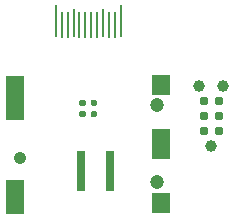
<source format=gbr>
%TF.GenerationSoftware,KiCad,Pcbnew,8.0.1-8.0.1-0~ubuntu20.04.1*%
%TF.CreationDate,2024-06-12T16:16:27+01:00*%
%TF.ProjectId,smolpad,736d6f6c-7061-4642-9e6b-696361645f70,rev?*%
%TF.SameCoordinates,Original*%
%TF.FileFunction,Soldermask,Top*%
%TF.FilePolarity,Negative*%
%FSLAX46Y46*%
G04 Gerber Fmt 4.6, Leading zero omitted, Abs format (unit mm)*
G04 Created by KiCad (PCBNEW 8.0.1-8.0.1-0~ubuntu20.04.1) date 2024-06-12 16:16:27*
%MOMM*%
%LPD*%
G01*
G04 APERTURE LIST*
%ADD10R,0.250000X2.800000*%
%ADD11R,0.250000X2.250000*%
%ADD12R,0.250000X2.450000*%
%ADD13C,1.050000*%
%ADD14C,1.200000*%
%ADD15R,0.700000X3.400000*%
%ADD16R,1.600000X3.800000*%
%ADD17R,1.600000X3.000000*%
%ADD18R,1.600000X1.800000*%
%ADD19R,1.600000X2.600000*%
%ADD20C,0.990600*%
%ADD21C,0.787400*%
G04 APERTURE END LIST*
%TO.C,RGB5*%
G36*
G01*
X39250000Y-37612500D02*
X39250000Y-37337500D01*
G75*
G02*
X39387500Y-37200000I137500J0D01*
G01*
X39662500Y-37200000D01*
G75*
G02*
X39800000Y-37337500I0J-137500D01*
G01*
X39800000Y-37612500D01*
G75*
G02*
X39662500Y-37750000I-137500J0D01*
G01*
X39387500Y-37750000D01*
G75*
G02*
X39250000Y-37612500I0J137500D01*
G01*
G37*
G36*
G01*
X40200000Y-37612500D02*
X40200000Y-37337500D01*
G75*
G02*
X40337500Y-37200000I137500J0D01*
G01*
X40612500Y-37200000D01*
G75*
G02*
X40750000Y-37337500I0J-137500D01*
G01*
X40750000Y-37612500D01*
G75*
G02*
X40612500Y-37750000I-137500J0D01*
G01*
X40337500Y-37750000D01*
G75*
G02*
X40200000Y-37612500I0J137500D01*
G01*
G37*
G36*
G01*
X40200000Y-36662500D02*
X40200000Y-36387500D01*
G75*
G02*
X40337500Y-36250000I137500J0D01*
G01*
X40612500Y-36250000D01*
G75*
G02*
X40750000Y-36387500I0J-137500D01*
G01*
X40750000Y-36662500D01*
G75*
G02*
X40612500Y-36800000I-137500J0D01*
G01*
X40337500Y-36800000D01*
G75*
G02*
X40200000Y-36662500I0J137500D01*
G01*
G37*
G36*
G01*
X39250000Y-36662500D02*
X39250000Y-36387500D01*
G75*
G02*
X39387500Y-36250000I137500J0D01*
G01*
X39662500Y-36250000D01*
G75*
G02*
X39800000Y-36387500I0J-137500D01*
G01*
X39800000Y-36662500D01*
G75*
G02*
X39662500Y-36800000I-137500J0D01*
G01*
X39387500Y-36800000D01*
G75*
G02*
X39250000Y-36662500I0J137500D01*
G01*
G37*
%TD*%
D10*
%TO.C,J2*%
X37250000Y-29625000D03*
D11*
X37750000Y-29900000D03*
X38250000Y-29900000D03*
D12*
X38750000Y-29800000D03*
D11*
X39250000Y-29900000D03*
X39750000Y-29900000D03*
X40250000Y-29900000D03*
X40750000Y-29900000D03*
D12*
X41250000Y-29800000D03*
D11*
X41750000Y-29900000D03*
X42250000Y-29900000D03*
D10*
X42750000Y-29625000D03*
%TD*%
D13*
%TO.C,SW1*%
X34200000Y-41200000D03*
D14*
X45800000Y-36740000D03*
X45800000Y-43260000D03*
D15*
X39350000Y-42300000D03*
X41800000Y-42300000D03*
D16*
X33800000Y-36100000D03*
D17*
X33800000Y-44500000D03*
D18*
X46200000Y-34975000D03*
D19*
X46200000Y-40000000D03*
D18*
X46200000Y-45025000D03*
%TD*%
D20*
%TO.C,J1*%
X50400000Y-40210000D03*
X49384000Y-35130000D03*
X51416000Y-35130000D03*
D21*
X51035000Y-38940000D03*
X49765000Y-38940000D03*
X51035000Y-37670000D03*
X49765000Y-37670000D03*
X51035000Y-36400000D03*
X49765000Y-36400000D03*
%TD*%
M02*

</source>
